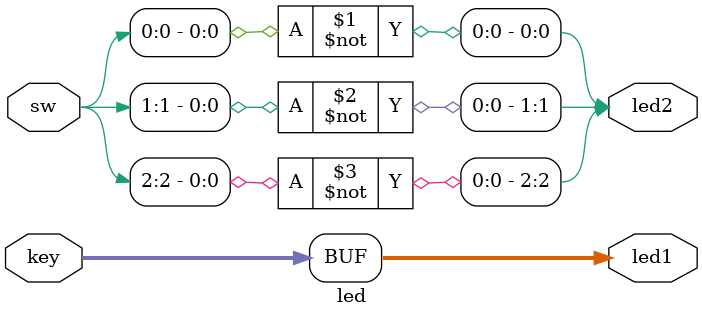
<source format=v>
module led(key,sw,led1,led2);

input wire [2:0] key;
input wire [2:0] sw;

output wire [2:0] led1;
output wire [2:0] led2;

assign led1[0]=key[0];
assign led1[1]=key[1];
assign led1[2]=key[2];

assign led2[0]=~sw[0];
assign led2[1]=~sw[1];
assign led2[2]=~sw[2];

endmodule
</source>
